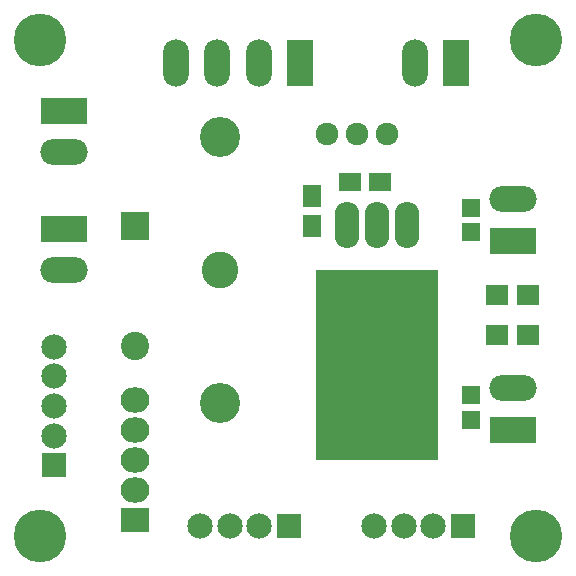
<source format=gbr>
G04 #@! TF.FileFunction,Soldermask,Bot*
%FSLAX46Y46*%
G04 Gerber Fmt 4.6, Leading zero omitted, Abs format (unit mm)*
G04 Created by KiCad (PCBNEW 4.0.5) date Thu Feb 16 15:21:35 2017*
%MOMM*%
%LPD*%
G01*
G04 APERTURE LIST*
%ADD10C,0.100000*%
%ADD11R,2.150000X2.150000*%
%ADD12C,2.150000*%
%ADD13O,2.099260X3.900120*%
%ADD14R,10.400000X16.150000*%
%ADD15C,1.924000*%
%ADD16R,1.900000X1.700000*%
%ADD17R,1.598880X1.598880*%
%ADD18C,3.400000*%
%ADD19C,3.100000*%
%ADD20R,4.000000X2.200000*%
%ADD21O,4.000000X2.200000*%
%ADD22R,1.650000X1.900000*%
%ADD23R,1.900000X1.650000*%
%ADD24C,2.398980*%
%ADD25R,2.398980X2.398980*%
%ADD26R,2.432000X2.127200*%
%ADD27O,2.432000X2.127200*%
%ADD28R,2.200000X4.000000*%
%ADD29O,2.200000X4.000000*%
%ADD30C,4.464000*%
G04 APERTURE END LIST*
D10*
D11*
X125050000Y-95175000D03*
D12*
X122550000Y-95175000D03*
X120050000Y-95175000D03*
X117550000Y-95175000D03*
D13*
X132550000Y-69636000D03*
X135090000Y-69636000D03*
X130010000Y-69636000D03*
D14*
X132550000Y-81550000D03*
D15*
X135550000Y-83136000D03*
X135550000Y-81136000D03*
X135550000Y-79136000D03*
X135550000Y-77136000D03*
X135550000Y-75136000D03*
X133550000Y-77136000D03*
X133550000Y-75136000D03*
X133550000Y-79136000D03*
X133550000Y-81136000D03*
X133550000Y-83136000D03*
X131550000Y-75136000D03*
X129550000Y-79136000D03*
X131550000Y-79136000D03*
X131550000Y-77136000D03*
X129550000Y-75136000D03*
X129550000Y-77136000D03*
X129550000Y-81136000D03*
X131550000Y-83136000D03*
X131550000Y-81136000D03*
X129550000Y-83136000D03*
X135550000Y-85136000D03*
X135550000Y-87636000D03*
X129550000Y-85136000D03*
X129550000Y-87636000D03*
D16*
X145350000Y-75600000D03*
X142650000Y-75600000D03*
D17*
X140500000Y-70299020D03*
X140500000Y-68200980D03*
X140500000Y-84050980D03*
X140500000Y-86149020D03*
D16*
X145350000Y-79000000D03*
X142650000Y-79000000D03*
D18*
X119250000Y-84750000D03*
X119250000Y-62250000D03*
D19*
X119250000Y-73500000D03*
D20*
X144000000Y-87000000D03*
D21*
X144000000Y-83500000D03*
D11*
X139775000Y-95175000D03*
D12*
X137275000Y-95175000D03*
X134775000Y-95175000D03*
X132275000Y-95175000D03*
D11*
X105200000Y-90000000D03*
D12*
X105200000Y-87500000D03*
X105200000Y-85000000D03*
X105200000Y-82500000D03*
X105200000Y-80000000D03*
D22*
X127000000Y-69750000D03*
X127000000Y-67250000D03*
D23*
X132750000Y-66000000D03*
X130250000Y-66000000D03*
D24*
X112007620Y-79910000D03*
D25*
X112007620Y-69750000D03*
D26*
X112000000Y-94620000D03*
D27*
X112000000Y-92080000D03*
X112000000Y-89540000D03*
X112000000Y-87000000D03*
X112000000Y-84460000D03*
D15*
X130790000Y-62000000D03*
X128250000Y-62000000D03*
X133330000Y-62000000D03*
D20*
X106000000Y-60000000D03*
D21*
X106000000Y-63500000D03*
D20*
X106000000Y-70000000D03*
D21*
X106000000Y-73500000D03*
D28*
X126000000Y-56000000D03*
D29*
X122500000Y-56000000D03*
X119000000Y-56000000D03*
X115500000Y-56000000D03*
D28*
X139250000Y-56000000D03*
D29*
X135750000Y-56000000D03*
D20*
X144000000Y-71000000D03*
D21*
X144000000Y-67500000D03*
D30*
X104000000Y-96000000D03*
X104000000Y-54000000D03*
X146000000Y-96000000D03*
X146000000Y-54000000D03*
M02*

</source>
